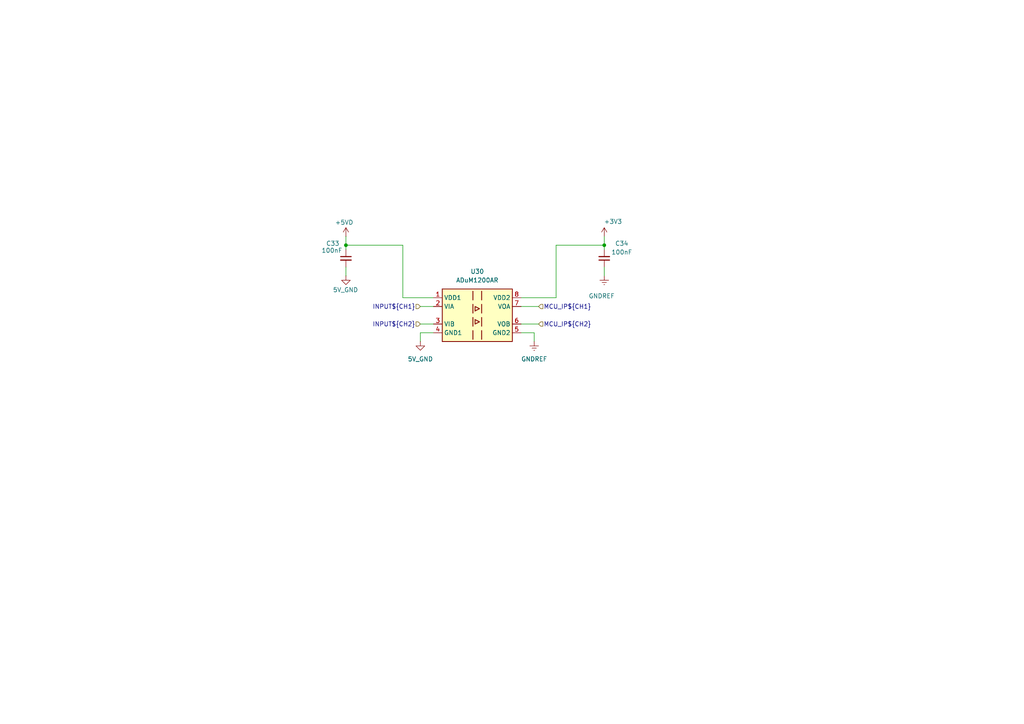
<source format=kicad_sch>
(kicad_sch (version 20250114) (generator "eeschema") (generator_version "9.0")
  (paper "A4")
  (lib_symbols
    (symbol "Device:C_Small" (pin_numbers (hide yes)) (pin_names (offset 0.254) (hide yes))
      (property "Reference" "C" (at 0.254 1.778 0))
      (property "Value" "C_Small" (at 0.254 -2.032 0))
      (symbol "C_Small_0_1"
        (polyline (pts (xy -1.524 0.508) (xy 1.524 0.508)) (stroke (width 0.3048)))
        (polyline (pts (xy -1.524 -0.508) (xy 1.524 -0.508)) (stroke (width 0.3302)))
      )
      (symbol "C_Small_1_1"
        (pin passive line (at 0 2.54 270) (length 2.032) (name "~") (number "1"))
        (pin passive line (at 0 -2.54 90) (length 2.032) (name "~") (number "2"))
      )
    )
    (symbol "Isolator:ADuM1200AR"
      (property "Reference" "U" (at -10.16 8.89 0))
      (property "Value" "ADuM1200AR" (at -2.032 8.89 0))
      (symbol "ADuM1200AR_0_1"
        (rectangle (start -10.16 7.62) (end 10.16 -7.62) (stroke (width 0.254)) (fill (type background)))
        (polyline (pts (xy -1.27 6.985) (xy -1.27 4.445)) (stroke (width 0.254)))
        (polyline (pts (xy -1.27 3.175) (xy -1.27 0.635)) (stroke (width 0.254)))
        (polyline (pts (xy -1.27 -0.635) (xy -1.27 -3.175)) (stroke (width 0.254)))
        (polyline (pts (xy -1.27 -4.445) (xy -1.27 -6.985)) (stroke (width 0.254)))
        (polyline (pts (xy -0.635 1.27) (xy 0.635 1.905) (xy -0.635 2.54) (xy -0.635 1.27)) (stroke (width 0.254)))
        (polyline (pts (xy -0.635 -1.27) (xy -0.635 -2.54) (xy 0.635 -1.905) (xy -0.635 -1.27)) (stroke (width 0.254)))
        (polyline (pts (xy 1.27 6.985) (xy 1.27 4.445)) (stroke (width 0.254)))
        (polyline (pts (xy 1.27 3.175) (xy 1.27 0.635)) (stroke (width 0.254)))
        (polyline (pts (xy 1.27 -0.635) (xy 1.27 -3.175)) (stroke (width 0.254)))
        (polyline (pts (xy 1.27 -4.445) (xy 1.27 -6.985)) (stroke (width 0.254)))
      )
      (symbol "ADuM1200AR_1_1"
        (pin power_in line (at -12.7 5.08 0) (length 2.54) (name "VDD1") (number "1"))
        (pin input line (at -12.7 2.54 0) (length 2.54) (name "VIA") (number "2"))
        (pin input line (at -12.7 -2.54 0) (length 2.54) (name "VIB") (number "3"))
        (pin power_in line (at -12.7 -5.08 0) (length 2.54) (name "GND1") (number "4"))
        (pin power_in line (at 12.7 5.08 180) (length 2.54) (name "VDD2") (number "8"))
        (pin output line (at 12.7 2.54 180) (length 2.54) (name "VOA") (number "7"))
        (pin output line (at 12.7 -2.54 180) (length 2.54) (name "VOB") (number "6"))
        (pin power_in line (at 12.7 -5.08 180) (length 2.54) (name "GND2") (number "5"))
      )
    )
    (symbol "power:+3V3" (power) (pin_numbers (hide yes)) (pin_names (offset 0) (hide yes))
      (property "Value" "+3V3" (at 0 3.556 0))
      (symbol "+3V3_0_1"
        (polyline (pts (xy -0.762 1.27) (xy 0 2.54)))
        (polyline (pts (xy 0 2.54) (xy 0.762 1.27)))
        (polyline (pts (xy 0 0) (xy 0 2.54)))
      )
      (symbol "+3V3_1_1"
        (pin power_in line (at 0 0 90) (length 0) (name "~") (number "1"))
      )
    )
    (symbol "power:+5VD" (power) (pin_numbers (hide yes)) (pin_names (offset 0) (hide yes))
      (property "Value" "+5VD" (at 0 3.556 0))
      (symbol "+5VD_0_1"
        (polyline (pts (xy -0.762 1.27) (xy 0 2.54)))
        (polyline (pts (xy 0 2.54) (xy 0.762 1.27)))
        (polyline (pts (xy 0 0) (xy 0 2.54)))
      )
      (symbol "+5VD_1_1"
        (pin power_in line (at 0 0 90) (length 0) (name "~") (number "1"))
      )
    )
    (symbol "power:GND1" (power) (pin_numbers (hide yes)) (pin_names (offset 0) (hide yes))
      (property "Value" "GND1" (at 0 -3.81 0))
      (symbol "GND1_0_1"
        (polyline (pts (xy 0 0) (xy 0 -1.27) (xy 1.27 -1.27) (xy 0 -2.54) (xy -1.27 -1.27) (xy 0 -1.27)))
      )
      (symbol "GND1_1_1"
        (pin power_in line (at 0 0 270) (length 0) (name "~") (number "1"))
      )
    )
    (symbol "power:GNDREF" (power) (pin_numbers (hide yes)) (pin_names (offset 0) (hide yes))
      (property "Value" "GNDREF" (at 0 -3.81 0))
      (symbol "GNDREF_0_1"
        (polyline (pts (xy -0.635 -1.905) (xy 0.635 -1.905)))
        (polyline (pts (xy -0.127 -2.54) (xy 0.127 -2.54)))
        (polyline (pts (xy 0 -1.27) (xy 0 0)))
        (polyline (pts (xy 1.27 -1.27) (xy -1.27 -1.27)))
      )
      (symbol "GNDREF_1_1"
        (pin power_in line (at 0 0 270) (length 0) (name "~") (number "1"))
      )
    )
  )
  (junction (at 100.33 71.12))
  (junction (at 175.26 71.12))
  (wire (pts (xy 125.73 86.36) (xy 116.84 86.36)))
  (wire (pts (xy 100.33 68.58) (xy 100.33 71.12)))
  (wire (pts (xy 175.26 80.01) (xy 175.26 77.47)))
  (wire (pts (xy 116.84 86.36) (xy 116.84 71.12)))
  (wire (pts (xy 175.26 71.12) (xy 175.26 72.39)))
  (wire (pts (xy 100.33 77.47) (xy 100.33 80.01)))
  (wire (pts (xy 175.26 68.58) (xy 175.26 71.12)))
  (wire (pts (xy 121.92 96.52) (xy 125.73 96.52)))
  (wire (pts (xy 121.92 93.98) (xy 125.73 93.98)))
  (wire (pts (xy 116.84 71.12) (xy 100.33 71.12)))
  (wire (pts (xy 161.29 71.12) (xy 175.26 71.12)))
  (wire (pts (xy 161.29 86.36) (xy 151.13 86.36)))
  (wire (pts (xy 100.33 71.12) (xy 100.33 72.39)))
  (wire (pts (xy 151.13 88.9) (xy 156.21 88.9)))
  (wire (pts (xy 125.73 88.9) (xy 121.92 88.9)))
  (wire (pts (xy 121.92 96.52) (xy 121.92 99.06)))
  (wire (pts (xy 154.94 96.52) (xy 154.94 99.06)))
  (wire (pts (xy 151.13 93.98) (xy 156.21 93.98)))
  (wire (pts (xy 161.29 71.12) (xy 161.29 86.36)))
  (wire (pts (xy 151.13 96.52) (xy 154.94 96.52)))
  (hierarchical_label "INPUT${CH1}" (shape input) (at 121.92 88.9 180))
  (hierarchical_label "MCU_IP${CH1}" (shape input) (at 156.21 88.9 0))
  (hierarchical_label "MCU_IP${CH2}" (shape input) (at 156.21 93.98 0))
  (hierarchical_label "INPUT${CH2}" (shape input) (at 121.92 93.98 180))
  (symbol (lib_id "Device:C_Small") (at 100.33 74.93 0) (unit 1)
    (property "Reference" "C25" (at 96.52 70.612 0))
    (property "Value" "100nF" (at 96.266 72.644 0))
    (property "Footprint" "Capacitor_SMD:C_1206_3216Metric_Pad1.33x1.80mm_HandSolder" (effects (hide yes)))
    (property "Description" "Unpolarized capacitor, small symbol" (effects (hide yes)))
    (instances (project "Remora Nucleo F446ZE Hat" (path "" (reference "C33") (unit 1)) (path "" (reference "C51") (unit 1)) (path "" (reference "C25") (unit 1)) (path "" (reference "C35") (unit 1)) (path "" (reference "C39") (unit 1)) (path "" (reference "C49") (unit 1)) (path "" (reference "C31") (unit 1)) (path "" (reference "C43") (unit 1)) (path "" (reference "C37") (unit 1)) (path "" (reference "C27") (unit 1)) (path "" (reference "C47") (unit 1)) (path "" (reference "C45") (unit 1)) (path "" (reference "C41") (unit 1)) (path "" (reference "C29") (unit 1))))
  )
  (symbol (lib_id "power:GND1") (at 100.33 80.01 0) (unit 1)
    (property "Reference" "#PWR0148" (effects (hide yes)))
    (property "Value" "5V_GND" (at 103.886 84.074 0) (effects (justify right)))
    (property "Description" "Power symbol creates a global label with name \"GND1\" , ground" (effects (hide yes)))
    (instances (project "Remora Nucleo F446ZE Hat" (path "" (reference "#PWR0172") (unit 1)) (path "" (reference "#PWR0226") (unit 1)) (path "" (reference "#PWR0148") (unit 1)) (path "" (reference "#PWR0178") (unit 1)) (path "" (reference "#PWR0190") (unit 1)) (path "" (reference "#PWR0220") (unit 1)) (path "" (reference "#PWR0166") (unit 1)) (path "" (reference "#PWR0202") (unit 1)) (path "" (reference "#PWR0184") (unit 1)) (path "" (reference "#PWR0154") (unit 1)) (path "" (reference "#PWR0214") (unit 1)) (path "" (reference "#PWR0208") (unit 1)) (path "" (reference "#PWR0196") (unit 1)) (path "" (reference "#PWR0160") (unit 1))))
  )
  (symbol (lib_id "power:GNDREF") (at 154.94 99.06 0) (unit 1)
    (property "Reference" "#PWR0150" (effects (hide yes)))
    (property "Value" "GNDREF" (at 154.94 104.14 0))
    (property "Description" "Power symbol creates a global label with name \"GNDREF\" , reference supply ground" (effects (hide yes)))
    (instances (project "Remora Nucleo F446ZE Hat" (path "" (reference "#PWR0174") (unit 1)) (path "" (reference "#PWR0228") (unit 1)) (path "" (reference "#PWR0150") (unit 1)) (path "" (reference "#PWR0180") (unit 1)) (path "" (reference "#PWR0192") (unit 1)) (path "" (reference "#PWR0222") (unit 1)) (path "" (reference "#PWR0168") (unit 1)) (path "" (reference "#PWR0204") (unit 1)) (path "" (reference "#PWR0186") (unit 1)) (path "" (reference "#PWR0156") (unit 1)) (path "" (reference "#PWR0216") (unit 1)) (path "" (reference "#PWR0210") (unit 1)) (path "" (reference "#PWR0198") (unit 1)) (path "" (reference "#PWR0162") (unit 1))))
  )
  (symbol (lib_id "Device:C_Small") (at 175.26 74.93 180) (unit 1)
    (property "Reference" "C26" (at 180.34 70.612 0))
    (property "Value" "100nF" (at 180.34 73.152 0))
    (property "Footprint" "Capacitor_SMD:C_1206_3216Metric_Pad1.33x1.80mm_HandSolder" (effects (hide yes)))
    (property "Description" "Unpolarized capacitor, small symbol" (effects (hide yes)))
    (instances (project "Remora Nucleo F446ZE Hat" (path "" (reference "C34") (unit 1)) (path "" (reference "C52") (unit 1)) (path "" (reference "C26") (unit 1)) (path "" (reference "C36") (unit 1)) (path "" (reference "C40") (unit 1)) (path "" (reference "C50") (unit 1)) (path "" (reference "C32") (unit 1)) (path "" (reference "C44") (unit 1)) (path "" (reference "C38") (unit 1)) (path "" (reference "C28") (unit 1)) (path "" (reference "C48") (unit 1)) (path "" (reference "C46") (unit 1)) (path "" (reference "C42") (unit 1)) (path "" (reference "C30") (unit 1))))
  )
  (symbol (lib_id "power:GND1") (at 121.92 99.06 0) (unit 1)
    (property "Reference" "#PWR0149" (effects (hide yes)))
    (property "Value" "5V_GND" (at 121.92 104.14 0))
    (property "Description" "Power symbol creates a global label with name \"GND1\" , ground" (effects (hide yes)))
    (instances (project "Remora Nucleo F446ZE Hat" (path "" (reference "#PWR0173") (unit 1)) (path "" (reference "#PWR0227") (unit 1)) (path "" (reference "#PWR0149") (unit 1)) (path "" (reference "#PWR0179") (unit 1)) (path "" (reference "#PWR0191") (unit 1)) (path "" (reference "#PWR0221") (unit 1)) (path "" (reference "#PWR0167") (unit 1)) (path "" (reference "#PWR0203") (unit 1)) (path "" (reference "#PWR0185") (unit 1)) (path "" (reference "#PWR0155") (unit 1)) (path "" (reference "#PWR0215") (unit 1)) (path "" (reference "#PWR0209") (unit 1)) (path "" (reference "#PWR0197") (unit 1)) (path "" (reference "#PWR0161") (unit 1))))
  )
  (symbol (lib_id "power:+5VD") (at 100.33 68.58 0) (unit 1)
    (property "Reference" "#PWR0147" (effects (hide yes)))
    (property "Value" "+5VD" (at 99.822 64.516 0))
    (property "Description" "Power symbol creates a global label with name \"+5VD\"" (effects (hide yes)))
    (instances (project "Remora Nucleo F446ZE Hat" (path "" (reference "#PWR0171") (unit 1)) (path "" (reference "#PWR0225") (unit 1)) (path "" (reference "#PWR0147") (unit 1)) (path "" (reference "#PWR0177") (unit 1)) (path "" (reference "#PWR0189") (unit 1)) (path "" (reference "#PWR0219") (unit 1)) (path "" (reference "#PWR0165") (unit 1)) (path "" (reference "#PWR0201") (unit 1)) (path "" (reference "#PWR0183") (unit 1)) (path "" (reference "#PWR0153") (unit 1)) (path "" (reference "#PWR0213") (unit 1)) (path "" (reference "#PWR0207") (unit 1)) (path "" (reference "#PWR0195") (unit 1)) (path "" (reference "#PWR0159") (unit 1))))
  )
  (symbol (lib_id "power:+3V3") (at 175.26 68.58 0) (unit 1)
    (property "Reference" "#PWR0151" (effects (hide yes)))
    (property "Value" "+3V3" (at 177.8 64.262 0))
    (property "Description" "Power symbol creates a global label with name \"+3V3\"" (effects (hide yes)))
    (instances (project "Remora Nucleo F446ZE Hat" (path "" (reference "#PWR0175") (unit 1)) (path "" (reference "#PWR0229") (unit 1)) (path "" (reference "#PWR0151") (unit 1)) (path "" (reference "#PWR0181") (unit 1)) (path "" (reference "#PWR0193") (unit 1)) (path "" (reference "#PWR0223") (unit 1)) (path "" (reference "#PWR0169") (unit 1)) (path "" (reference "#PWR0205") (unit 1)) (path "" (reference "#PWR0187") (unit 1)) (path "" (reference "#PWR0157") (unit 1)) (path "" (reference "#PWR0217") (unit 1)) (path "" (reference "#PWR0211") (unit 1)) (path "" (reference "#PWR0199") (unit 1)) (path "" (reference "#PWR0163") (unit 1))))
  )
  (symbol (lib_id "power:GNDREF") (at 175.26 80.01 0) (unit 1)
    (property "Reference" "#PWR0152" (effects (hide yes)))
    (property "Value" "GNDREF" (at 178.308 85.852 0) (effects (justify right)))
    (property "Description" "Power symbol creates a global label with name \"GNDREF\" , reference supply ground" (effects (hide yes)))
    (instances (project "Remora Nucleo F446ZE Hat" (path "" (reference "#PWR0176") (unit 1)) (path "" (reference "#PWR0230") (unit 1)) (path "" (reference "#PWR0152") (unit 1)) (path "" (reference "#PWR0182") (unit 1)) (path "" (reference "#PWR0194") (unit 1)) (path "" (reference "#PWR0224") (unit 1)) (path "" (reference "#PWR0170") (unit 1)) (path "" (reference "#PWR0206") (unit 1)) (path "" (reference "#PWR0188") (unit 1)) (path "" (reference "#PWR0158") (unit 1)) (path "" (reference "#PWR0218") (unit 1)) (path "" (reference "#PWR0212") (unit 1)) (path "" (reference "#PWR0200") (unit 1)) (path "" (reference "#PWR0164") (unit 1))))
  )
  (symbol (lib_id "Isolator:ADuM1200AR") (at 138.43 91.44 0) (unit 1)
    (property "Reference" "U26" (at 138.43 78.74 0))
    (property "Value" "ADuM1200AR" (at 138.43 81.28 0))
    (property "Footprint" "Package_SO:SOIC-8_3.9x4.9mm_P1.27mm" (effects (hide yes)))
    (property "Datasheet" "https://www.analog.com/media/en/technical-documentation/data-sheets/ADuM1200_1201.pdf" (effects (hide yes)))
    (property "Description" "Dual-channel digital isolator, Bidirectional communication, 3V/5V level translation, SOIC-8" (effects (hide yes)))
    (instances (project "Remora Nucleo F446ZE Hat" (path "" (reference "U30") (unit 1)) (path "" (reference "U39") (unit 1)) (path "" (reference "U26") (unit 1)) (path "" (reference "U31") (unit 1)) (path "" (reference "U33") (unit 1)) (path "" (reference "U38") (unit 1)) (path "" (reference "U29") (unit 1)) (path "" (reference "U35") (unit 1)) (path "" (reference "U32") (unit 1)) (path "" (reference "U27") (unit 1)) (path "" (reference "U37") (unit 1)) (path "" (reference "U36") (unit 1)) (path "" (reference "U34") (unit 1)) (path "" (reference "U28") (unit 1))))
  )
)
</source>
